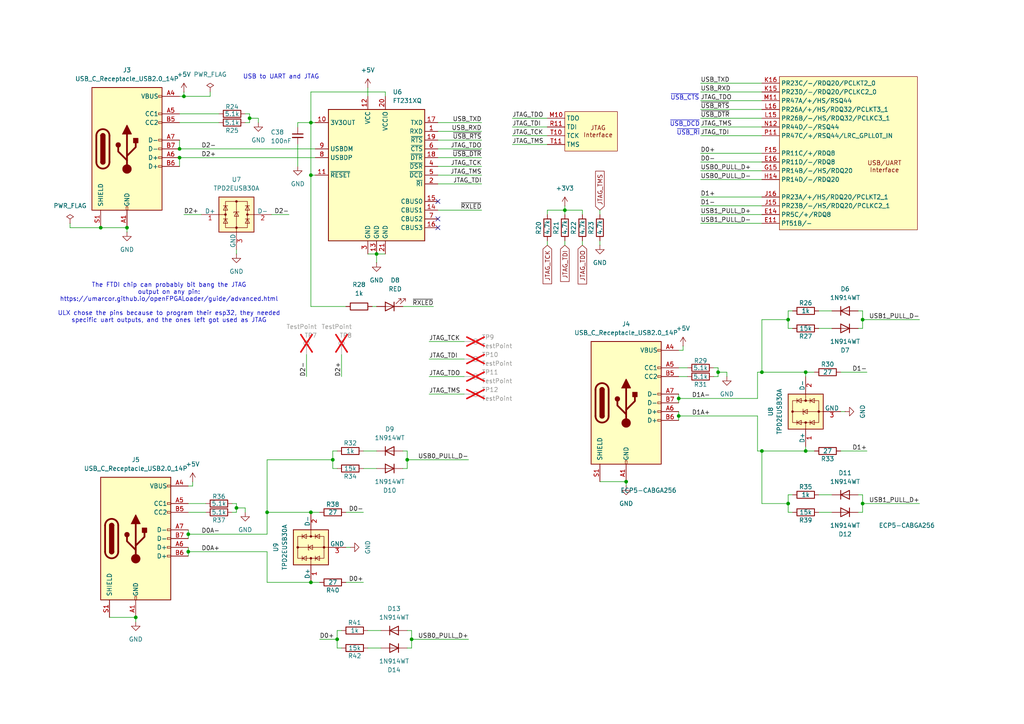
<source format=kicad_sch>
(kicad_sch (version 20250114) (generator "eeschema") (generator_version "9.0")
  (paper "A4")
  (title_block (title "Icepi zero") (date "2025-06-16") (rev "v1.2") (company "Chengyin Yao (cheyao)") (comment 1 "https://github.com/cheyao/icepi-zero") (comment 9 "OSHWA FR000026"))
  (text "~{USB_DCD}" (at 198.628 36.068 0) (effects (font (size 1.27 1.27))))
  (text "~{USB_RI}" (at 199.644 38.608 0) (effects (font (size 1.27 1.27))))
  (text "USB to UART and JTAG" (at 81.534 22.352 0) (effects (font (size 1.27 1.27))))
  (text "The FTDI chip can probably bit bang the JTAG\noutput on any pin:\nhttps://umarcor.github.io/openFPGALoader/guide/advanced.html\n\nULX chose the pins because to program their esp32, they needed\nspecific uart outputs, and the ones left got used as JTAG" (at 49.022 87.884 0) (effects (font (size 1.27 1.27))))
  (text "~{USB_CTS}" (at 198.628 28.448 0) (effects (font (size 1.27 1.27))))
  (junction (at 77.47 148.59))
  (junction (at 72.39 34.29))
  (junction (at 109.22 73.66))
  (junction (at 233.68 107.95))
  (junction (at 53.34 27.94))
  (junction (at 90.17 50.8))
  (junction (at 68.58 147.32))
  (junction (at 39.37 179.07))
  (junction (at 54.61 154.94))
  (junction (at 196.85 115.57))
  (junction (at 36.83 66.04))
  (junction (at 52.07 45.72))
  (junction (at 220.98 130.81))
  (junction (at 220.98 107.95))
  (junction (at 97.79 185.42))
  (junction (at 29.21 66.04))
  (junction (at 181.61 139.7))
  (junction (at 228.6 92.71))
  (junction (at 208.28 107.95))
  (junction (at 52.07 43.18))
  (junction (at 119.38 185.42))
  (junction (at 196.85 120.65))
  (junction (at 250.19 92.71))
  (junction (at 54.61 160.02))
  (junction (at 233.68 130.81))
  (junction (at 228.6 146.05))
  (junction (at 96.52 133.35))
  (junction (at 163.83 60.96))
  (junction (at 90.17 148.59))
  (junction (at 250.19 146.05))
  (junction (at 90.17 35.56))
  (junction (at 118.11 133.35))
  (junction (at 90.17 168.91))
  (no_connect (at 127 66.04))
  (no_connect (at 127 63.5))
  (no_connect (at 127 58.42))
  (wire (pts (xy 105.41 135.89) (xy 109.22 135.89)))
  (wire (pts (xy 158.75 69.85) (xy 158.75 71.12)))
  (wire (pts (xy 77.47 133.35) (xy 77.47 148.59)))
  (wire (pts (xy 72.39 33.02) (xy 72.39 34.29)))
  (wire (pts (xy 118.11 133.35) (xy 135.89 133.35)))
  (wire (pts (xy 100.33 88.9) (xy 90.17 88.9)))
  (wire (pts (xy 245.11 119.38) (xy 243.84 119.38)))
  (wire (pts (xy 250.19 148.59) (xy 248.92 148.59)))
  (wire (pts (xy 99.06 102.87) (xy 99.06 109.22)))
  (wire (pts (xy 118.11 187.96) (xy 119.38 187.96)))
  (wire (pts (xy 54.61 154.94) (xy 77.47 154.94)))
  (wire (pts (xy 124.46 104.14) (xy 134.62 104.14)))
  (wire (pts (xy 228.6 92.71) (xy 228.6 95.25)))
  (wire (pts (xy 90.17 88.9) (xy 90.17 50.8)))
  (wire (pts (xy 77.47 133.35) (xy 96.52 133.35)))
  (wire (pts (xy 101.6 158.75) (xy 100.33 158.75)))
  (wire (pts (xy 198.12 100.33) (xy 198.12 101.6)))
  (wire (pts (xy 173.99 69.85) (xy 173.99 71.12)))
  (wire (pts (xy 54.61 158.75) (xy 54.61 160.02)))
  (wire (pts (xy 118.11 133.35) (xy 118.11 135.89)))
  (wire (pts (xy 196.85 120.65) (xy 196.85 121.92)))
  (wire (pts (xy 233.68 107.95) (xy 220.98 107.95)))
  (wire (pts (xy 196.85 115.57) (xy 219.71 115.57)))
  (wire (pts (xy 207.01 109.22) (xy 208.28 109.22)))
  (wire (pts (xy 250.19 146.05) (xy 250.19 148.59)))
  (wire (pts (xy 96.52 130.81) (xy 97.79 130.81)))
  (wire (pts (xy 173.99 60.96) (xy 173.99 62.23)))
  (wire (pts (xy 228.6 95.25) (xy 229.87 95.25)))
  (wire (pts (xy 127 50.8) (xy 139.7 50.8)))
  (wire (pts (xy 233.68 109.22) (xy 233.68 107.95)))
  (wire (pts (xy 91.44 45.72) (xy 52.07 45.72)))
  (wire (pts (xy 203.2 34.29) (xy 220.98 34.29)))
  (wire (pts (xy 168.91 60.96) (xy 168.91 62.23)))
  (wire (pts (xy 97.79 182.88) (xy 99.06 182.88)))
  (wire (pts (xy 96.52 135.89) (xy 97.79 135.89)))
  (wire (pts (xy 127 60.96) (xy 139.7 60.96)))
  (wire (pts (xy 220.98 146.05) (xy 220.98 130.81)))
  (wire (pts (xy 158.75 60.96) (xy 158.75 62.23)))
  (wire (pts (xy 77.47 148.59) (xy 77.47 154.94)))
  (wire (pts (xy 243.84 130.81) (xy 251.46 130.81)))
  (wire (pts (xy 208.28 106.68) (xy 208.28 107.95)))
  (wire (pts (xy 148.59 41.91) (xy 158.75 41.91)))
  (wire (pts (xy 71.12 33.02) (xy 72.39 33.02)))
  (wire (pts (xy 203.2 24.13) (xy 220.98 24.13)))
  (wire (pts (xy 163.83 60.96) (xy 158.75 60.96)))
  (wire (pts (xy 55.88 139.7) (xy 55.88 140.97)))
  (wire (pts (xy 207.01 106.68) (xy 208.28 106.68)))
  (wire (pts (xy 243.84 107.95) (xy 251.46 107.95)))
  (wire (pts (xy 196.85 106.68) (xy 199.39 106.68)))
  (wire (pts (xy 228.6 143.51) (xy 229.87 143.51)))
  (wire (pts (xy 119.38 185.42) (xy 135.89 185.42)))
  (wire (pts (xy 196.85 114.3) (xy 196.85 115.57)))
  (wire (pts (xy 106.68 73.66) (xy 109.22 73.66)))
  (wire (pts (xy 233.68 130.81) (xy 233.68 129.54)))
  (wire (pts (xy 228.6 90.17) (xy 229.87 90.17)))
  (wire (pts (xy 219.71 120.65) (xy 219.71 130.81)))
  (wire (pts (xy 203.2 49.53) (xy 220.98 49.53)))
  (wire (pts (xy 210.82 109.22) (xy 210.82 107.95)))
  (wire (pts (xy 52.07 35.56) (xy 63.5 35.56)))
  (wire (pts (xy 220.98 146.05) (xy 228.6 146.05)))
  (wire (pts (xy 127 45.72) (xy 139.7 45.72)))
  (wire (pts (xy 92.71 185.42) (xy 97.79 185.42)))
  (wire (pts (xy 203.2 26.67) (xy 220.98 26.67)))
  (wire (pts (xy 250.19 143.51) (xy 250.19 146.05)))
  (wire (pts (xy 53.34 62.23) (xy 58.42 62.23)))
  (wire (pts (xy 203.2 29.21) (xy 220.98 29.21)))
  (wire (pts (xy 90.17 50.8) (xy 90.17 35.56)))
  (wire (pts (xy 90.17 148.59) (xy 77.47 148.59)))
  (wire (pts (xy 111.76 27.94) (xy 111.76 26.67)))
  (wire (pts (xy 124.46 114.3) (xy 134.62 114.3)))
  (wire (pts (xy 220.98 130.81) (xy 233.68 130.81)))
  (wire (pts (xy 203.2 64.77) (xy 220.98 64.77)))
  (wire (pts (xy 74.93 35.56) (xy 74.93 34.29)))
  (wire (pts (xy 67.31 146.05) (xy 68.58 146.05)))
  (wire (pts (xy 127 48.26) (xy 139.7 48.26)))
  (wire (pts (xy 20.32 64.77) (xy 20.32 66.04)))
  (wire (pts (xy 68.58 72.39) (xy 68.58 73.66)))
  (wire (pts (xy 148.59 36.83) (xy 158.75 36.83)))
  (wire (pts (xy 203.2 57.15) (xy 220.98 57.15)))
  (wire (pts (xy 203.2 52.07) (xy 220.98 52.07)))
  (wire (pts (xy 220.98 92.71) (xy 228.6 92.71)))
  (wire (pts (xy 86.36 36.83) (xy 86.36 35.56)))
  (wire (pts (xy 248.92 95.25) (xy 250.19 95.25)))
  (wire (pts (xy 55.88 140.97) (xy 54.61 140.97)))
  (wire (pts (xy 203.2 46.99) (xy 220.98 46.99)))
  (wire (pts (xy 72.39 34.29) (xy 72.39 35.56)))
  (wire (pts (xy 228.6 148.59) (xy 229.87 148.59)))
  (wire (pts (xy 68.58 147.32) (xy 68.58 148.59)))
  (wire (pts (xy 119.38 185.42) (xy 119.38 187.96)))
  (wire (pts (xy 97.79 187.96) (xy 99.06 187.96)))
  (wire (pts (xy 77.47 160.02) (xy 77.47 168.91)))
  (wire (pts (xy 106.68 187.96) (xy 110.49 187.96)))
  (wire (pts (xy 52.07 43.18) (xy 91.44 43.18)))
  (wire (pts (xy 124.46 99.06) (xy 134.62 99.06)))
  (wire (pts (xy 60.96 27.94) (xy 53.34 27.94)))
  (wire (pts (xy 54.61 154.94) (xy 54.61 153.67)))
  (wire (pts (xy 77.47 168.91) (xy 90.17 168.91)))
  (wire (pts (xy 100.33 148.59) (xy 105.41 148.59)))
  (wire (pts (xy 163.83 60.96) (xy 163.83 62.23)))
  (wire (pts (xy 250.19 92.71) (xy 250.19 95.25)))
  (wire (pts (xy 203.2 36.83) (xy 220.98 36.83)))
  (wire (pts (xy 203.2 39.37) (xy 220.98 39.37)))
  (wire (pts (xy 237.49 90.17) (xy 241.3 90.17)))
  (wire (pts (xy 54.61 156.21) (xy 54.61 154.94)))
  (wire (pts (xy 54.61 160.02) (xy 54.61 161.29)))
  (wire (pts (xy 97.79 187.96) (xy 97.79 185.42)))
  (wire (pts (xy 90.17 168.91) (xy 92.71 168.91)))
  (wire (pts (xy 109.22 73.66) (xy 111.76 73.66)))
  (wire (pts (xy 71.12 35.56) (xy 72.39 35.56)))
  (wire (pts (xy 196.85 115.57) (xy 196.85 116.84)))
  (wire (pts (xy 118.11 182.88) (xy 119.38 182.88)))
  (wire (pts (xy 233.68 130.81) (xy 236.22 130.81)))
  (wire (pts (xy 116.84 130.81) (xy 118.11 130.81)))
  (wire (pts (xy 163.83 59.69) (xy 163.83 60.96)))
  (wire (pts (xy 90.17 148.59) (xy 92.71 148.59)))
  (wire (pts (xy 86.36 35.56) (xy 90.17 35.56)))
  (wire (pts (xy 228.6 146.05) (xy 228.6 143.51)))
  (wire (pts (xy 106.68 25.4) (xy 106.68 27.94)))
  (wire (pts (xy 237.49 143.51) (xy 241.3 143.51)))
  (wire (pts (xy 228.6 92.71) (xy 228.6 90.17)))
  (wire (pts (xy 208.28 107.95) (xy 208.28 109.22)))
  (wire (pts (xy 67.31 148.59) (xy 68.58 148.59)))
  (wire (pts (xy 106.68 182.88) (xy 110.49 182.88)))
  (wire (pts (xy 248.92 90.17) (xy 250.19 90.17)))
  (wire (pts (xy 127 43.18) (xy 139.7 43.18)))
  (wire (pts (xy 203.2 31.75) (xy 220.98 31.75)))
  (wire (pts (xy 116.84 135.89) (xy 118.11 135.89)))
  (wire (pts (xy 250.19 92.71) (xy 266.7 92.71)))
  (wire (pts (xy 233.68 107.95) (xy 236.22 107.95)))
  (wire (pts (xy 118.11 130.81) (xy 118.11 133.35)))
  (wire (pts (xy 54.61 146.05) (xy 59.69 146.05)))
  (wire (pts (xy 54.61 160.02) (xy 77.47 160.02)))
  (wire (pts (xy 148.59 39.37) (xy 158.75 39.37)))
  (wire (pts (xy 90.17 26.67) (xy 90.17 35.56)))
  (wire (pts (xy 119.38 182.88) (xy 119.38 185.42)))
  (wire (pts (xy 203.2 62.23) (xy 220.98 62.23)))
  (wire (pts (xy 107.95 88.9) (xy 109.22 88.9)))
  (wire (pts (xy 53.34 26.67) (xy 53.34 27.94)))
  (wire (pts (xy 116.84 88.9) (xy 125.73 88.9)))
  (wire (pts (xy 208.28 107.95) (xy 210.82 107.95)))
  (wire (pts (xy 78.74 62.23) (xy 83.82 62.23)))
  (wire (pts (xy 71.12 148.59) (xy 71.12 147.32)))
  (wire (pts (xy 181.61 139.7) (xy 181.61 140.97)))
  (wire (pts (xy 248.92 143.51) (xy 250.19 143.51)))
  (wire (pts (xy 54.61 148.59) (xy 59.69 148.59)))
  (wire (pts (xy 29.21 66.04) (xy 36.83 66.04)))
  (wire (pts (xy 237.49 148.59) (xy 241.3 148.59)))
  (wire (pts (xy 96.52 135.89) (xy 96.52 133.35)))
  (wire (pts (xy 163.83 69.85) (xy 163.83 71.12)))
  (wire (pts (xy 86.36 41.91) (xy 86.36 48.26)))
  (wire (pts (xy 39.37 179.07) (xy 39.37 180.34)))
  (wire (pts (xy 219.71 107.95) (xy 219.71 115.57)))
  (wire (pts (xy 68.58 146.05) (xy 68.58 147.32)))
  (wire (pts (xy 127 40.64) (xy 139.7 40.64)))
  (wire (pts (xy 109.22 76.2) (xy 109.22 73.66)))
  (wire (pts (xy 220.98 107.95) (xy 219.71 107.95)))
  (wire (pts (xy 90.17 35.56) (xy 91.44 35.56)))
  (wire (pts (xy 52.07 33.02) (xy 63.5 33.02)))
  (wire (pts (xy 196.85 120.65) (xy 219.71 120.65)))
  (wire (pts (xy 72.39 34.29) (xy 74.93 34.29)))
  (wire (pts (xy 250.19 146.05) (xy 266.7 146.05)))
  (wire (pts (xy 68.58 147.32) (xy 71.12 147.32)))
  (wire (pts (xy 163.83 60.96) (xy 168.91 60.96)))
  (wire (pts (xy 100.33 168.91) (xy 105.41 168.91)))
  (wire (pts (xy 36.83 66.04) (xy 36.83 67.31)))
  (wire (pts (xy 53.34 27.94) (xy 52.07 27.94)))
  (wire (pts (xy 228.6 146.05) (xy 228.6 148.59)))
  (wire (pts (xy 196.85 109.22) (xy 199.39 109.22)))
  (wire (pts (xy 148.59 34.29) (xy 158.75 34.29)))
  (wire (pts (xy 219.71 130.81) (xy 220.98 130.81)))
  (wire (pts (xy 198.12 101.6) (xy 196.85 101.6)))
  (wire (pts (xy 91.44 50.8) (xy 90.17 50.8)))
  (wire (pts (xy 237.49 95.25) (xy 241.3 95.25)))
  (wire (pts (xy 96.52 133.35) (xy 96.52 130.81)))
  (wire (pts (xy 196.85 119.38) (xy 196.85 120.65)))
  (wire (pts (xy 52.07 40.64) (xy 52.07 43.18)))
  (wire (pts (xy 31.75 179.07) (xy 39.37 179.07)))
  (wire (pts (xy 97.79 185.42) (xy 97.79 182.88)))
  (wire (pts (xy 88.9 102.87) (xy 88.9 109.22)))
  (wire (pts (xy 52.07 45.72) (xy 52.07 48.26)))
  (wire (pts (xy 127 38.1) (xy 139.7 38.1)))
  (wire (pts (xy 203.2 44.45) (xy 220.98 44.45)))
  (wire (pts (xy 60.96 26.67) (xy 60.96 27.94)))
  (wire (pts (xy 168.91 69.85) (xy 168.91 71.12)))
  (wire (pts (xy 127 35.56) (xy 139.7 35.56)))
  (wire (pts (xy 20.32 66.04) (xy 29.21 66.04)))
  (wire (pts (xy 173.99 139.7) (xy 181.61 139.7)))
  (wire (pts (xy 111.76 26.67) (xy 90.17 26.67)))
  (wire (pts (xy 124.46 109.22) (xy 134.62 109.22)))
  (wire (pts (xy 203.2 59.69) (xy 220.98 59.69)))
  (wire (pts (xy 127 53.34) (xy 139.7 53.34)))
  (wire (pts (xy 250.19 90.17) (xy 250.19 92.71)))
  (wire (pts (xy 220.98 107.95) (xy 220.98 92.71)))
  (wire (pts (xy 105.41 130.81) (xy 109.22 130.81)))
  (label "JTAG_TDO" (at 139.7 43.18 180))
  (label "JTAG_TCK" (at 139.7 48.26 180))
  (label "D0+" (at 203.2 44.45 0))
  (label "D2-" (at 83.82 62.23 180))
  (label "D0-" (at 105.41 148.59 180))
  (label "~{USB_DTR}" (at 139.7 45.72 180))
  (label "USB1_PULL_D-" (at 266.7 92.71 180))
  (label "USB1_PULL_D-" (at 203.2 64.77 0))
  (label "USB1_PULL_D+" (at 203.2 62.23 0))
  (label "D0A-" (at 58.42 154.94 0))
  (label "D1A+" (at 200.66 120.65 0))
  (label "~{USB_RTS}" (at 203.2 31.75 0))
  (label "~{RXLED}" (at 125.73 88.9 180))
  (label "JTAG_TDI" (at 139.7 53.34 180))
  (label "JTAG_TDI" (at 148.59 36.83 0))
  (label "D1-" (at 203.2 59.69 0))
  (label "D1-" (at 251.46 107.95 180))
  (label "JTAG_TMS" (at 148.59 41.91 0))
  (label "D2-" (at 58.42 43.18 0))
  (label "JTAG_TDI" (at 203.2 39.37 0))
  (label "D2-" (at 88.9 109.22 90))
  (label "D0+" (at 92.71 185.42 0))
  (label "USB0_PULL_D+" (at 203.2 49.53 0))
  (label "USB_TXD" (at 139.7 35.56 180))
  (label "~{RXLED}" (at 139.7 60.96 180))
  (label "~{USB_RTS}" (at 139.7 40.64 180))
  (label "USB0_PULL_D-" (at 203.2 52.07 0))
  (label "D2+" (at 53.34 62.23 0))
  (label "D1A-" (at 200.66 115.57 0))
  (label "JTAG_TCK" (at 124.46 99.06 0))
  (label "JTAG_TDO" (at 148.59 34.29 0))
  (label "D1+" (at 251.46 130.81 180))
  (label "USB0_PULL_D-" (at 135.89 133.35 180))
  (label "D0A+" (at 58.42 160.02 0))
  (label "D2+" (at 58.42 45.72 0))
  (label "USB1_PULL_D+" (at 266.7 146.05 180))
  (label "USB_TXD" (at 203.2 24.13 0))
  (label "USB0_PULL_D+" (at 135.89 185.42 180))
  (label "D1+" (at 203.2 57.15 0))
  (label "D0+" (at 105.41 168.91 180))
  (label "D0-" (at 203.2 46.99 0))
  (label "~{USB_DTR}" (at 203.2 34.29 0))
  (label "JTAG_TDI" (at 124.46 104.14 0))
  (label "JTAG_TMS" (at 139.7 50.8 180))
  (label "JTAG_TMS" (at 203.2 36.83 0))
  (label "USB_RXD" (at 139.7 38.1 180))
  (label "JTAG_TDO" (at 203.2 29.21 0))
  (label "JTAG_TCK" (at 148.59 39.37 0))
  (label "D2+" (at 99.06 109.22 90))
  (label "JTAG_TDO" (at 124.46 109.22 0))
  (label "USB_RXD" (at 203.2 26.67 0))
  (label "JTAG_TMS" (at 124.46 114.3 0))
  (global_label "JTAG_TMS" (shape input) (at 173.99 60.96 90) (property "Intersheetrefs" "${INTERSHEET_REFS}" (effects (hide yes))))
  (global_label "JTAG_TCK" (shape input) (at 158.75 71.12 270) (property "Intersheetrefs" "${INTERSHEET_REFS}" (effects (hide yes))))
  (global_label "JTAG_TDI" (shape input) (at 163.83 71.12 270) (property "Intersheetrefs" "${INTERSHEET_REFS}" (effects (hide yes))))
  (global_label "JTAG_TDO" (shape input) (at 168.91 71.12 270) (property "Intersheetrefs" "${INTERSHEET_REFS}" (effects (hide yes))))
  (symbol (lib_id "Device:R") (at 240.03 130.81 270) (unit 1)
    (property "Reference" "R33" (at 240.03 133.096 90))
    (property "Value" "27" (at 240.03 130.81 90))
    (property "Footprint" "Resistor_SMD:R_0201_0603Metric" (effects (hide yes)))
    (property "Description" "Resistor" (effects (hide yes)))
    (property "LCSC Part #" "C473051" (effects (hide yes)))
  )
  (symbol (lib_id "Connector:USB_C_Receptacle_USB2.0_14P") (at 181.61 116.84 0) (unit 1)
    (property "Reference" "J4" (at 181.61 93.98 0))
    (property "Value" "USB_C_Receptacle_USB2.0_14P" (at 181.61 96.52 0))
    (property "Footprint" "Connector_USB:USB_C_Receptacle_GCT_USB4105-xx-A_16P_TopMnt_Horizontal" (effects (hide yes)))
    (property "Datasheet" "https://www.usb.org/sites/default/files/documents/usb_type-c.zip" (effects (hide yes)))
    (property "Description" "USB 2.0-only 14P Type-C Receptacle connector" (effects (hide yes)))
    (property "LCSC Part #" "C2765186" (effects (hide yes)))
  )
  (symbol (lib_id "Diode:1N914WT") (at 245.11 148.59 0) (mirror y) (unit 1)
    (property "Reference" "D12" (at 245.11 154.94 0))
    (property "Value" "1N914WT" (at 245.11 152.4 0))
    (property "Footprint" "Diode_SMD:D_SOD-523" (effects (hide yes)))
    (property "Datasheet" "http://www.mouser.com/ds/2/149/1N4148WT-461550.pdf" (effects (hide yes)))
    (property "Description" "75V 0.15A Fast switching Diode, SOD-523" (effects (hide yes)))
    (property "Sim.Device" "D" (effects (hide yes)))
    (property "Sim.Pins" "1=K 2=A" (effects (hide yes)))
    (property "LCSC Part #" "C2836064" (effects (hide yes)))
  )
  (symbol (lib_id "Power_Protection:TPD2EUSB30A") (at 68.58 62.23 0) (unit 1)
    (property "Reference" "U7" (at 68.58 52.07 0))
    (property "Value" "TPD2EUSB30A" (at 68.58 54.61 0))
    (property "Footprint" "Package_TO_SOT_SMD:Texas_DRT-3" (effects (hide yes)))
    (property "Datasheet" "http://www.ti.com/lit/ds/symlink/tpd2eusb30a.pdf" (effects (hide yes)))
    (property "Description" "2-Channel ESD Protection for Super-Speed USB 3.0 Interface, DRT-3" (effects (hide yes)))
    (property "LCSC Part #" "C3011197" (effects (hide yes)))
  )
  (symbol (lib_id "Device:R") (at 233.68 90.17 270) (mirror x) (unit 1)
    (property "Reference" "R26" (at 233.68 87.884 90))
    (property "Value" "1k" (at 233.68 90.17 90))
    (property "Footprint" "Resistor_SMD:R_0402_1005Metric" (effects (hide yes)))
    (property "Description" "Resistor" (effects (hide yes)))
    (property "LCSC Part #" "C11702" (effects (hide yes)))
  )
  (symbol (lib_id "power:GND") (at 71.12 148.59 0) (unit 1)
    (property "Reference" "#PWR068" (effects (hide yes)))
    (property "Value" "GND" (at 71.12 153.67 0))
    (property "Description" "Power symbol creates a global label with name \"GND\" , ground" (effects (hide yes)))
  )
  (symbol (lib_id "power:+5V") (at 106.68 25.4 0) (unit 1)
    (property "Reference" "#PWR056" (effects (hide yes)))
    (property "Value" "+5V" (at 106.68 20.32 0))
    (property "Description" "Power symbol creates a global label with name \"+5V\"" (effects (hide yes)))
  )
  (symbol (lib_id "power:GND") (at 210.82 109.22 0) (unit 1)
    (property "Reference" "#PWR064" (effects (hide yes)))
    (property "Value" "GND" (at 210.82 114.3 0))
    (property "Description" "Power symbol creates a global label with name \"GND\" , ground" (effects (hide yes)))
  )
  (symbol (lib_id "Connector:TestPoint") (at 134.62 104.14 270) (unit 1) (dnp yes)
    (property "Reference" "TP10" (at 139.7 102.8699 90) (effects (justify left)))
    (property "Value" "TestPoint" (at 139.7 105.4099 90) (effects (justify left)))
    (property "Footprint" "TestPoint:TestPoint_Pad_D1.0mm" (effects (hide yes)))
    (property "Description" "test point" (effects (hide yes)))
  )
  (symbol (lib_id "power:GND") (at 181.61 140.97 0) (unit 1)
    (property "Reference" "#PWR067" (effects (hide yes)))
    (property "Value" "GND" (at 181.61 146.05 0))
    (property "Description" "Power symbol creates a global label with name \"GND\" , ground" (effects (hide yes)))
  )
  (symbol (lib_id "power:GND") (at 36.83 67.31 0) (unit 1)
    (property "Reference" "#PWR060" (effects (hide yes)))
    (property "Value" "GND" (at 36.83 72.39 0))
    (property "Description" "Power symbol creates a global label with name \"GND\" , ground" (effects (hide yes)))
  )
  (symbol (lib_id "Connector:USB_C_Receptacle_USB2.0_14P") (at 36.83 43.18 0) (unit 1)
    (property "Reference" "J3" (at 36.83 20.32 0))
    (property "Value" "USB_C_Receptacle_USB2.0_14P" (at 36.83 22.86 0))
    (property "Footprint" "Connector_USB:USB_C_Receptacle_GCT_USB4105-xx-A_16P_TopMnt_Horizontal" (effects (hide yes)))
    (property "Datasheet" "https://www.usb.org/sites/default/files/documents/usb_type-c.zip" (effects (hide yes)))
    (property "Description" "USB 2.0-only 14P Type-C Receptacle connector" (effects (hide yes)))
    (property "LCSC Part #" "C2765186" (effects (hide yes)))
  )
  (symbol (lib_id "power:GND") (at 109.22 76.2 0) (unit 1)
    (property "Reference" "#PWR062" (effects (hide yes)))
    (property "Value" "GND" (at 109.22 81.28 0))
    (property "Description" "Power symbol creates a global label with name \"GND\" , ground" (effects (hide yes)))
  )
  (symbol (lib_id "Diode:1N914WT") (at 114.3 182.88 0) (mirror x) (unit 1)
    (property "Reference" "D13" (at 114.3 176.53 0))
    (property "Value" "1N914WT" (at 114.3 179.07 0))
    (property "Footprint" "Diode_SMD:D_SOD-523" (effects (hide yes)))
    (property "Datasheet" "http://www.mouser.com/ds/2/149/1N4148WT-461550.pdf" (effects (hide yes)))
    (property "Description" "75V 0.15A Fast switching Diode, SOD-523" (effects (hide yes)))
    (property "Sim.Device" "D" (effects (hide yes)))
    (property "Sim.Pins" "1=K 2=A" (effects (hide yes)))
    (property "LCSC Part #" "C2836064" (effects (hide yes)))
  )
  (symbol (lib_id "Device:R") (at 96.52 148.59 270) (mirror x) (unit 1)
    (property "Reference" "R38" (at 96.52 146.304 90))
    (property "Value" "27" (at 96.52 148.59 90))
    (property "Footprint" "Resistor_SMD:R_0201_0603Metric" (effects (hide yes)))
    (property "Description" "Resistor" (effects (hide yes)))
    (property "LCSC Part #" "C473051" (effects (hide yes)))
  )
  (symbol (lib_id "Device:R") (at 203.2 109.22 270) (unit 1)
    (property "Reference" "R31" (at 203.2 111.506 90))
    (property "Value" "5.1k" (at 203.2 109.22 90))
    (property "Footprint" "Resistor_SMD:R_0402_1005Metric" (effects (hide yes)))
    (property "Description" "Resistor" (effects (hide yes)))
    (property "LCSC Part #" "C25905 " (effects (hide yes)))
  )
  (symbol (lib_id "Device:R") (at 101.6 135.89 270) (unit 1)
    (property "Reference" "R34" (at 101.6 138.176 90))
    (property "Value" "15k" (at 101.6 135.89 90))
    (property "Footprint" "Resistor_SMD:R_0402_1005Metric" (effects (hide yes)))
    (property "Description" "Resistor" (effects (hide yes)))
    (property "LCSC Part #" "C25756" (effects (hide yes)))
  )
  (symbol (lib_id "Device:R") (at 168.91 66.04 0) (unit 1)
    (property "Reference" "R22" (at 166.37 68.072 90) (effects (justify left)))
    (property "Value" "4.7k" (at 168.91 68.072 90) (effects (justify left)))
    (property "Footprint" "Resistor_SMD:R_0402_1005Metric" (effects (hide yes)))
    (property "Description" "Resistor" (effects (hide yes)))
    (property "LCSC Part #" "C25900 " (effects (hide yes)))
  )
  (symbol (lib_id "Diode:1N914WT") (at 245.11 95.25 0) (mirror y) (unit 1)
    (property "Reference" "D7" (at 245.11 101.6 0))
    (property "Value" "1N914WT" (at 245.11 99.06 0))
    (property "Footprint" "Diode_SMD:D_SOD-523" (effects (hide yes)))
    (property "Datasheet" "http://www.mouser.com/ds/2/149/1N4148WT-461550.pdf" (effects (hide yes)))
    (property "Description" "75V 0.15A Fast switching Diode, SOD-523" (effects (hide yes)))
    (property "Sim.Device" "D" (effects (hide yes)))
    (property "Sim.Pins" "1=K 2=A" (effects (hide yes)))
    (property "LCSC Part #" "C2836064" (effects (hide yes)))
  )
  (symbol (lib_id "Device:R") (at 101.6 130.81 270) (mirror x) (unit 1)
    (property "Reference" "R32" (at 101.6 128.524 90))
    (property "Value" "1k" (at 101.6 130.81 90))
    (property "Footprint" "Resistor_SMD:R_0402_1005Metric" (effects (hide yes)))
    (property "Description" "Resistor" (effects (hide yes)))
    (property "LCSC Part #" "C11702" (effects (hide yes)))
  )
  (symbol (lib_id "Device:C_Small") (at 86.36 39.37 0) (unit 1)
    (property "Reference" "C38" (at 78.486 38.354 0) (effects (justify left)))
    (property "Value" "100nF" (at 78.486 40.894 0) (effects (justify left)))
    (property "Footprint" "Capacitor_SMD:C_0402_1005Metric" (effects (hide yes)))
    (property "Description" "Unpolarized capacitor, small symbol" (effects (hide yes)))
    (property "LCSC Part #" "C307331 " (effects (hide yes)))
  )
  (symbol (lib_id "Device:R") (at 163.83 66.04 0) (unit 1)
    (property "Reference" "R21" (at 161.29 68.072 90) (effects (justify left)))
    (property "Value" "4.7k" (at 163.83 68.072 90) (effects (justify left)))
    (property "Footprint" "Resistor_SMD:R_0402_1005Metric" (effects (hide yes)))
    (property "Description" "Resistor" (effects (hide yes)))
    (property "LCSC Part #" "C25900 " (effects (hide yes)))
  )
  (symbol (lib_id "Connector:TestPoint") (at 99.06 102.87 0) (unit 1) (dnp yes)
    (property "Reference" "TP8" (at 102.108 97.282 0) (effects (justify right)))
    (property "Value" "TestPoint" (at 102.108 94.742 0) (effects (justify right)))
    (property "Footprint" "TestPoint:TestPoint_Pad_D2.0mm" (effects (hide yes)))
    (property "Description" "test point" (effects (hide yes)))
  )
  (symbol (lib_id "power:GND") (at 74.93 35.56 0) (unit 1)
    (property "Reference" "#PWR058" (effects (hide yes)))
    (property "Value" "GND" (at 74.93 40.64 0))
    (property "Description" "Power symbol creates a global label with name \"GND\" , ground" (effects (hide yes)))
  )
  (symbol (lib_id "power:GND") (at 86.36 48.26 0) (unit 1)
    (property "Reference" "#PWR059" (effects (hide yes)))
    (property "Value" "GND" (at 86.36 53.34 0))
    (property "Description" "Power symbol creates a global label with name \"GND\" , ground" (effects (hide yes)))
  )
  (symbol (lib_id "Device:LED") (at 113.03 88.9 180) (unit 1)
    (property "Reference" "D8" (at 114.6175 81.28 0))
    (property "Value" "RED" (at 114.6175 83.82 0))
    (property "Footprint" "LED_SMD:LED_0603_1608Metric" (effects (hide yes)))
    (property "Description" "Light emitting diode" (effects (hide yes)))
    (property "Sim.Pins" "1=K 2=A" (effects (hide yes)))
    (property "LCSC Part #" "C2286 " (effects (hide yes)))
  )
  (symbol (lib_id "Diode:1N914WT") (at 114.3 187.96 0) (mirror y) (unit 1)
    (property "Reference" "D14" (at 114.3 194.31 0))
    (property "Value" "1N914WT" (at 114.3 191.77 0))
    (property "Footprint" "Diode_SMD:D_SOD-523" (effects (hide yes)))
    (property "Datasheet" "http://www.mouser.com/ds/2/149/1N4148WT-461550.pdf" (effects (hide yes)))
    (property "Description" "75V 0.15A Fast switching Diode, SOD-523" (effects (hide yes)))
    (property "Sim.Device" "D" (effects (hide yes)))
    (property "Sim.Pins" "1=K 2=A" (effects (hide yes)))
    (property "LCSC Part #" "C2836064" (effects (hide yes)))
  )
  (symbol (lib_id "power:+5V") (at 198.12 100.33 0) (unit 1)
    (property "Reference" "#PWR063" (effects (hide yes)))
    (property "Value" "+5V" (at 198.12 95.25 0))
    (property "Description" "Power symbol creates a global label with name \"+5V\"" (effects (hide yes)))
  )
  (symbol (lib_id "power:GND") (at 68.58 73.66 0) (unit 1)
    (property "Reference" "#PWR061" (effects (hide yes)))
    (property "Value" "GND" (at 68.58 78.74 0))
    (property "Description" "Power symbol creates a global label with name \"GND\" , ground" (effects (hide yes)))
  )
  (symbol (lib_id "Device:R") (at 104.14 88.9 90) (unit 1)
    (property "Reference" "R28" (at 104.14 82.55 90))
    (property "Value" "1k" (at 104.14 85.09 90))
    (property "Footprint" "Resistor_SMD:R_0402_1005Metric" (effects (hide yes)))
    (property "Description" "Resistor" (effects (hide yes)))
    (property "LCSC Part #" "C11702" (effects (hide yes)))
  )
  (symbol (lib_id "Interface_USB:FT231XQ") (at 109.22 50.8 0) (unit 1)
    (property "Reference" "U6" (at 113.9033 26.67 0) (effects (justify left)))
    (property "Value" "FT231XQ" (at 113.9033 29.21 0) (effects (justify left)))
    (property "Footprint" "Package_DFN_QFN:QFN-20-1EP_4x4mm_P0.5mm_EP2.5x2.5mm" (effects (hide yes)))
    (property "Datasheet" "https://www.ftdichip.com/Support/Documents/DataSheets/ICs/DS_FT231X.pdf" (effects (hide yes)))
    (property "Description" "Full Speed USB to Full Handshake UART, QFN-20" (effects (hide yes)))
    (property "LCSC Part #" "C132159" (effects (hide yes)))
  )
  (symbol (lib_id "Power_Protection:TPD2EUSB30A") (at 90.17 158.75 90) (unit 1)
    (property "Reference" "U9" (at 80.01 158.75 0))
    (property "Value" "TPD2EUSB30A" (at 82.55 158.75 0))
    (property "Footprint" "Package_TO_SOT_SMD:Texas_DRT-3" (effects (hide yes)))
    (property "Datasheet" "http://www.ti.com/lit/ds/symlink/tpd2eusb30a.pdf" (effects (hide yes)))
    (property "Description" "2-Channel ESD Protection for Super-Speed USB 3.0 Interface, DRT-3" (effects (hide yes)))
    (property "LCSC Part #" "C3011197" (effects (hide yes)))
  )
  (symbol (lib_id "Diode:1N914WT") (at 245.11 143.51 0) (mirror x) (unit 1)
    (property "Reference" "D11" (at 245.11 137.16 0))
    (property "Value" "1N914WT" (at 245.11 139.7 0))
    (property "Footprint" "Diode_SMD:D_SOD-523" (effects (hide yes)))
    (property "Datasheet" "http://www.mouser.com/ds/2/149/1N4148WT-461550.pdf" (effects (hide yes)))
    (property "Description" "75V 0.15A Fast switching Diode, SOD-523" (effects (hide yes)))
    (property "Sim.Device" "D" (effects (hide yes)))
    (property "Sim.Pins" "1=K 2=A" (effects (hide yes)))
    (property "LCSC Part #" "C2836064" (effects (hide yes)))
  )
  (symbol (lib_id "Device:R") (at 67.31 35.56 270) (unit 1)
    (property "Reference" "R25" (at 67.31 37.846 90))
    (property "Value" "5.1k" (at 67.31 35.56 90))
    (property "Footprint" "Resistor_SMD:R_0402_1005Metric" (effects (hide yes)))
    (property "Description" "Resistor" (effects (hide yes)))
    (property "LCSC Part #" "C25905 " (effects (hide yes)))
  )
  (symbol (lib_id "Device:R") (at 173.99 66.04 0) (unit 1)
    (property "Reference" "R23" (at 171.45 68.072 90) (effects (justify left)))
    (property "Value" "4.7k" (at 173.99 68.072 90) (effects (justify left)))
    (property "Footprint" "Resistor_SMD:R_0402_1005Metric" (effects (hide yes)))
    (property "Description" "Resistor" (effects (hide yes)))
    (property "LCSC Part #" "C25900 " (effects (hide yes)))
  )
  (symbol (lib_id "power:PWR_FLAG") (at 20.32 64.77 0) (unit 1)
    (property "Reference" "#FLG07" (effects (hide yes)))
    (property "Value" "PWR_FLAG" (at 20.32 59.69 0))
    (property "Description" "Special symbol for telling ERC where power comes from" (effects (hide yes)))
  )
  (symbol (lib_id "power:+5V") (at 55.88 139.7 0) (unit 1)
    (property "Reference" "#PWR066" (effects (hide yes)))
    (property "Value" "+5V" (at 55.88 134.62 0))
    (property "Description" "Power symbol creates a global label with name \"+5V\"" (effects (hide yes)))
  )
  (symbol (lib_id "icepi-lib:LFE5U-25F-6BG256x") (at 171.45 38.1 0) (unit 2)
    (property "Reference" "U1" (effects (hide yes)))
    (property "Value" "ECP5-CABGA256" (at 179.9433 142.24 0) (effects (justify left)))
    (property "Footprint" "Package_BGA:BGA-256_14.0x14.0mm_Layout16x16_P0.8mm_Ball0.45mm_Pad0.32mm_NSMD" (effects (hide yes)))
    (property "Description" "ECP5 FPGA, 24K LUTs, 1.2V, BGA-256" (effects (hide yes)))
  )
  (symbol (lib_id "Connector:TestPoint") (at 134.62 109.22 270) (unit 1) (dnp yes)
    (property "Reference" "TP11" (at 139.7 107.9499 90) (effects (justify left)))
    (property "Value" "TestPoint" (at 139.7 110.4899 90) (effects (justify left)))
    (property "Footprint" "TestPoint:TestPoint_Pad_D1.0mm" (effects (hide yes)))
    (property "Description" "test point" (effects (hide yes)))
  )
  (symbol (lib_id "power:GND") (at 173.99 71.12 0) (unit 1)
    (property "Reference" "#PWR055" (effects (hide yes)))
    (property "Value" "GND" (at 173.99 76.2 0))
    (property "Description" "Power symbol creates a global label with name \"GND\" , ground" (effects (hide yes)))
  )
  (symbol (lib_id "Device:R") (at 233.68 148.59 270) (unit 1)
    (property "Reference" "R39" (at 233.68 150.876 90))
    (property "Value" "15k" (at 233.68 148.59 90))
    (property "Footprint" "Resistor_SMD:R_0402_1005Metric" (effects (hide yes)))
    (property "Description" "Resistor" (effects (hide yes)))
    (property "LCSC Part #" "C25756" (effects (hide yes)))
  )
  (symbol (lib_id "Diode:1N914WT") (at 113.03 135.89 0) (mirror y) (unit 1)
    (property "Reference" "D10" (at 113.03 142.24 0))
    (property "Value" "1N914WT" (at 113.03 139.7 0))
    (property "Footprint" "Diode_SMD:D_SOD-523" (effects (hide yes)))
    (property "Datasheet" "http://www.mouser.com/ds/2/149/1N4148WT-461550.pdf" (effects (hide yes)))
    (property "Description" "75V 0.15A Fast switching Diode, SOD-523" (effects (hide yes)))
    (property "Sim.Device" "D" (effects (hide yes)))
    (property "Sim.Pins" "1=K 2=A" (effects (hide yes)))
    (property "LCSC Part #" "C2836064" (effects (hide yes)))
  )
  (symbol (lib_id "power:GND") (at 39.37 180.34 0) (unit 1)
    (property "Reference" "#PWR070" (effects (hide yes)))
    (property "Value" "GND" (at 39.37 185.42 0))
    (property "Description" "Power symbol creates a global label with name \"GND\" , ground" (effects (hide yes)))
  )
  (symbol (lib_id "power:+5V") (at 53.34 26.67 0) (unit 1)
    (property "Reference" "#PWR057" (effects (hide yes)))
    (property "Value" "+5V" (at 53.34 21.59 0))
    (property "Description" "Power symbol creates a global label with name \"+5V\"" (effects (hide yes)))
  )
  (symbol (lib_id "power:GND") (at 101.6 158.75 90) (unit 1)
    (property "Reference" "#PWR069" (effects (hide yes)))
    (property "Value" "GND" (at 106.68 158.75 0))
    (property "Description" "Power symbol creates a global label with name \"GND\" , ground" (effects (hide yes)))
  )
  (symbol (lib_id "Diode:1N914WT") (at 245.11 90.17 0) (mirror x) (unit 1)
    (property "Reference" "D6" (at 245.11 83.82 0))
    (property "Value" "1N914WT" (at 245.11 86.36 0))
    (property "Footprint" "Diode_SMD:D_SOD-523" (effects (hide yes)))
    (property "Datasheet" "http://www.mouser.com/ds/2/149/1N4148WT-461550.pdf" (effects (hide yes)))
    (property "Description" "75V 0.15A Fast switching Diode, SOD-523" (effects (hide yes)))
    (property "Sim.Device" "D" (effects (hide yes)))
    (property "Sim.Pins" "1=K 2=A" (effects (hide yes)))
    (property "LCSC Part #" "C2836064" (effects (hide yes)))
  )
  (symbol (lib_id "Device:R") (at 96.52 168.91 270) (unit 1)
    (property "Reference" "R40" (at 96.52 171.196 90))
    (property "Value" "27" (at 96.52 168.91 90))
    (property "Footprint" "Resistor_SMD:R_0201_0603Metric" (effects (hide yes)))
    (property "Description" "Resistor" (effects (hide yes)))
    (property "LCSC Part #" "C473051" (effects (hide yes)))
  )
  (symbol (lib_id "Connector:TestPoint") (at 134.62 114.3 270) (unit 1) (dnp yes)
    (property "Reference" "TP12" (at 139.7 113.0299 90) (effects (justify left)))
    (property "Value" "TestPoint" (at 139.7 115.5699 90) (effects (justify left)))
    (property "Footprint" "TestPoint:TestPoint_Pad_D1.0mm" (effects (hide yes)))
    (property "Description" "test point" (effects (hide yes)))
  )
  (symbol (lib_id "Power_Protection:TPD2EUSB30A") (at 233.68 119.38 90) (unit 1)
    (property "Reference" "U8" (at 223.52 119.38 0))
    (property "Value" "TPD2EUSB30A" (at 226.06 119.38 0))
    (property "Footprint" "Package_TO_SOT_SMD:Texas_DRT-3" (effects (hide yes)))
    (property "Datasheet" "http://www.ti.com/lit/ds/symlink/tpd2eusb30a.pdf" (effects (hide yes)))
    (property "Description" "2-Channel ESD Protection for Super-Speed USB 3.0 Interface, DRT-3" (effects (hide yes)))
    (property "LCSC Part #" "C3011197" (effects (hide yes)))
  )
  (symbol (lib_id "Connector:TestPoint") (at 134.62 99.06 270) (unit 1) (dnp yes)
    (property "Reference" "TP9" (at 139.7 97.7899 90) (effects (justify left)))
    (property "Value" "TestPoint" (at 139.7 100.3299 90) (effects (justify left)))
    (property "Footprint" "TestPoint:TestPoint_Pad_D1.0mm" (effects (hide yes)))
    (property "Description" "test point" (effects (hide yes)))
  )
  (symbol (lib_id "Device:R") (at 203.2 106.68 90) (unit 1)
    (property "Reference" "R29" (at 203.2 104.648 90))
    (property "Value" "5.1k" (at 203.2 106.68 90))
    (property "Footprint" "Resistor_SMD:R_0402_1005Metric" (effects (hide yes)))
    (property "Description" "Resistor" (effects (hide yes)))
    (property "LCSC Part #" "C25905 " (effects (hide yes)))
  )
  (symbol (lib_id "Device:R") (at 158.75 66.04 0) (unit 1)
    (property "Reference" "R20" (at 156.21 68.072 90) (effects (justify left)))
    (property "Value" "4.7k" (at 158.75 68.072 90) (effects (justify left)))
    (property "Footprint" "Resistor_SMD:R_0402_1005Metric" (effects (hide yes)))
    (property "Description" "Resistor" (effects (hide yes)))
    (property "LCSC Part #" "C25900 " (effects (hide yes)))
  )
  (symbol (lib_id "Diode:1N914WT") (at 113.03 130.81 0) (mirror x) (unit 1)
    (property "Reference" "D9" (at 113.03 124.46 0))
    (property "Value" "1N914WT" (at 113.03 127 0))
    (property "Footprint" "Diode_SMD:D_SOD-523" (effects (hide yes)))
    (property "Datasheet" "http://www.mouser.com/ds/2/149/1N4148WT-461550.pdf" (effects (hide yes)))
    (property "Description" "75V 0.15A Fast switching Diode, SOD-523" (effects (hide yes)))
    (property "Sim.Device" "D" (effects (hide yes)))
    (property "Sim.Pins" "1=K 2=A" (effects (hide yes)))
    (property "LCSC Part #" "C2836064" (effects (hide yes)))
  )
  (symbol (lib_id "power:PWR_FLAG") (at 60.96 26.67 0) (unit 1)
    (property "Reference" "#FLG06" (effects (hide yes)))
    (property "Value" "PWR_FLAG" (at 60.96 21.59 0))
    (property "Description" "Special symbol for telling ERC where power comes from" (effects (hide yes)))
  )
  (symbol (lib_id "Device:R") (at 240.03 107.95 270) (mirror x) (unit 1)
    (property "Reference" "R30" (at 240.03 105.664 90))
    (property "Value" "27" (at 240.03 107.95 90))
    (property "Footprint" "Resistor_SMD:R_0201_0603Metric" (effects (hide yes)))
    (property "Description" "Resistor" (effects (hide yes)))
    (property "LCSC Part #" "C473051" (effects (hide yes)))
  )
  (symbol (lib_id "Device:R") (at 233.68 95.25 270) (unit 1)
    (property "Reference" "R27" (at 233.68 97.536 90))
    (property "Value" "15k" (at 233.68 95.25 90))
    (property "Footprint" "Resistor_SMD:R_0402_1005Metric" (effects (hide yes)))
    (property "Description" "Resistor" (effects (hide yes)))
    (property "LCSC Part #" "C25756" (effects (hide yes)))
  )
  (symbol (lib_id "Connector:TestPoint") (at 88.9 102.87 0) (unit 1) (dnp yes)
    (property "Reference" "TP7" (at 91.948 97.282 0) (effects (justify right)))
    (property "Value" "TestPoint" (at 91.948 94.742 0) (effects (justify right)))
    (property "Footprint" "TestPoint:TestPoint_Pad_D2.0mm" (effects (hide yes)))
    (property "Description" "test point" (effects (hide yes)))
  )
  (symbol (lib_id "Device:R") (at 63.5 148.59 270) (unit 1)
    (property "Reference" "R37" (at 63.5 150.876 90))
    (property "Value" "5.1k" (at 63.5 148.59 90))
    (property "Footprint" "Resistor_SMD:R_0402_1005Metric" (effects (hide yes)))
    (property "Description" "Resistor" (effects (hide yes)))
    (property "LCSC Part #" "C25905 " (effects (hide yes)))
  )
  (symbol (lib_id "Device:R") (at 63.5 146.05 90) (unit 1)
    (property "Reference" "R36" (at 63.5 144.018 90))
    (property "Value" "5.1k" (at 63.5 146.05 90))
    (property "Footprint" "Resistor_SMD:R_0402_1005Metric" (effects (hide yes)))
    (property "Description" "Resistor" (effects (hide yes)))
    (property "LCSC Part #" "C25905 " (effects (hide yes)))
  )
  (symbol (lib_id "Device:R") (at 102.87 187.96 270) (unit 1)
    (property "Reference" "R42" (at 102.87 190.246 90))
    (property "Value" "15k" (at 102.87 187.96 90))
    (property "Footprint" "Resistor_SMD:R_0402_1005Metric" (effects (hide yes)))
    (property "Description" "Resistor" (effects (hide yes)))
    (property "LCSC Part #" "C25756" (effects (hide yes)))
  )
  (symbol (lib_id "power:+3V3") (at 163.83 59.69 0) (unit 1)
    (property "Reference" "#PWR054" (effects (hide yes)))
    (property "Value" "+3V3" (at 163.83 54.61 0))
    (property "Description" "Power symbol creates a global label with name \"+3V3\"" (effects (hide yes)))
  )
  (symbol (lib_id "Device:R") (at 102.87 182.88 270) (mirror x) (unit 1)
    (property "Reference" "R41" (at 102.87 180.594 90))
    (property "Value" "1k" (at 102.87 182.88 90))
    (property "Footprint" "Resistor_SMD:R_0402_1005Metric" (effects (hide yes)))
    (property "Description" "Resistor" (effects (hide yes)))
    (property "LCSC Part #" "C11702" (effects (hide yes)))
  )
  (symbol (lib_id "icepi-lib:LFE5U-25F-6BG256x") (at 246.38 48.26 0) (unit 5)
    (property "Reference" "U1" (effects (hide yes)))
    (property "Value" "ECP5-CABGA256" (at 254.8733 152.4 0) (effects (justify left)))
    (property "Footprint" "Package_BGA:BGA-256_14.0x14.0mm_Layout16x16_P0.8mm_Ball0.45mm_Pad0.32mm_NSMD" (effects (hide yes)))
    (property "Description" "ECP5 FPGA, 24K LUTs, 1.2V, BGA-256" (effects (hide yes)))
  )
  (symbol (lib_id "Device:R") (at 233.68 143.51 270) (mirror x) (unit 1)
    (property "Reference" "R35" (at 233.68 141.224 90))
    (property "Value" "1k" (at 233.68 143.51 90))
    (property "Footprint" "Resistor_SMD:R_0402_1005Metric" (effects (hide yes)))
    (property "Description" "Resistor" (effects (hide yes)))
    (property "LCSC Part #" "C11702" (effects (hide yes)))
  )
  (symbol (lib_id "Device:R") (at 67.31 33.02 90) (unit 1)
    (property "Reference" "R24" (at 67.31 30.988 90))
    (property "Value" "5.1k" (at 67.31 33.02 90))
    (property "Footprint" "Resistor_SMD:R_0402_1005Metric" (effects (hide yes)))
    (property "Description" "Resistor" (effects (hide yes)))
    (property "LCSC Part #" "C25905 " (effects (hide yes)))
  )
  (symbol (lib_id "Connector:USB_C_Receptacle_USB2.0_14P") (at 39.37 156.21 0) (unit 1)
    (property "Reference" "J5" (at 39.37 133.35 0))
    (property "Value" "USB_C_Receptacle_USB2.0_14P" (at 39.37 135.89 0))
    (property "Footprint" "Connector_USB:USB_C_Receptacle_GCT_USB4105-xx-A_16P_TopMnt_Horizontal" (effects (hide yes)))
    (property "Datasheet" "https://www.usb.org/sites/default/files/documents/usb_type-c.zip" (effects (hide yes)))
    (property "Description" "USB 2.0-only 14P Type-C Receptacle connector" (effects (hide yes)))
    (property "LCSC Part #" "C2765186" (effects (hide yes)))
  )
  (symbol (lib_id "power:GND") (at 245.11 119.38 90) (unit 1)
    (property "Reference" "#PWR065" (effects (hide yes)))
    (property "Value" "GND" (at 250.19 119.38 0))
    (property "Description" "Power symbol creates a global label with name \"GND\" , ground" (effects (hide yes)))
  )
)
</source>
